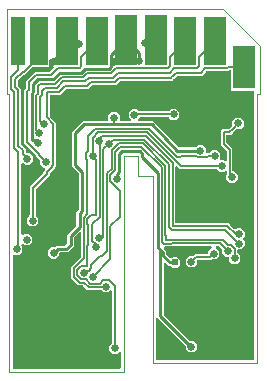
<source format=gbl>
G04 EAGLE Gerber RS-274X export*
G75*
%MOMM*%
%FSLAX34Y34*%
%LPD*%
%AMOC8*
5,1,8,0,0,1.08239X$1,22.5*%
G01*
%ADD10C,0.030000*%
%ADD11R,1.900000X3.650000*%
%ADD12R,1.900000X4.050000*%
%ADD13R,1.900000X4.250000*%
%ADD14R,1.500000X4.050000*%
%ADD15R,1.300000X4.050000*%
%ADD16C,0.609600*%
%ADD17C,0.254000*%
%ADD18C,0.654800*%
%ADD19C,0.406400*%
%ADD20C,0.152400*%
%ADD21C,0.203200*%
%ADD22C,0.152400*%
%ADD23C,0.200000*%

G36*
X93852Y-301D02*
X93852Y-301D01*
X93910Y-303D01*
X93992Y-281D01*
X94076Y-269D01*
X94129Y-246D01*
X94185Y-231D01*
X94258Y-188D01*
X94335Y-153D01*
X94380Y-115D01*
X94430Y-86D01*
X94488Y-24D01*
X94552Y30D01*
X94584Y79D01*
X94624Y122D01*
X94663Y197D01*
X94710Y267D01*
X94725Y315D01*
X94727Y323D01*
X94754Y375D01*
X94765Y443D01*
X94795Y538D01*
X94798Y638D01*
X94809Y706D01*
X94809Y12822D01*
X94805Y12851D01*
X94808Y12880D01*
X94785Y12991D01*
X94769Y13103D01*
X94757Y13130D01*
X94752Y13159D01*
X94699Y13260D01*
X94653Y13363D01*
X94634Y13385D01*
X94621Y13411D01*
X94543Y13493D01*
X94470Y13580D01*
X94445Y13596D01*
X94425Y13617D01*
X94327Y13674D01*
X94233Y13737D01*
X94205Y13746D01*
X94180Y13761D01*
X94070Y13789D01*
X93962Y13823D01*
X93932Y13824D01*
X93904Y13831D01*
X93791Y13827D01*
X93678Y13830D01*
X93649Y13823D01*
X93620Y13822D01*
X93512Y13787D01*
X93403Y13759D01*
X93377Y13744D01*
X93349Y13735D01*
X93285Y13689D01*
X93158Y13613D01*
X93115Y13568D01*
X93076Y13540D01*
X91788Y12251D01*
X87812Y12251D01*
X85001Y15062D01*
X85001Y19038D01*
X86966Y21002D01*
X87018Y21072D01*
X87078Y21136D01*
X87104Y21185D01*
X87137Y21230D01*
X87168Y21311D01*
X87208Y21389D01*
X87216Y21437D01*
X87238Y21495D01*
X87250Y21643D01*
X87263Y21720D01*
X87263Y64928D01*
X87259Y64957D01*
X87262Y64986D01*
X87239Y65097D01*
X87223Y65209D01*
X87211Y65236D01*
X87206Y65265D01*
X87153Y65366D01*
X87107Y65469D01*
X87088Y65491D01*
X87075Y65517D01*
X86997Y65599D01*
X86924Y65686D01*
X86899Y65702D01*
X86879Y65723D01*
X86781Y65780D01*
X86687Y65843D01*
X86659Y65852D01*
X86634Y65867D01*
X86524Y65895D01*
X86416Y65929D01*
X86386Y65930D01*
X86358Y65937D01*
X86245Y65933D01*
X86132Y65936D01*
X86103Y65929D01*
X86074Y65928D01*
X85966Y65893D01*
X85857Y65865D01*
X85831Y65850D01*
X85803Y65841D01*
X85739Y65795D01*
X85612Y65719D01*
X85569Y65674D01*
X85530Y65646D01*
X84236Y64351D01*
X80260Y64351D01*
X78604Y66008D01*
X78534Y66060D01*
X78470Y66120D01*
X78421Y66146D01*
X78377Y66179D01*
X78295Y66210D01*
X78217Y66250D01*
X78169Y66258D01*
X78111Y66280D01*
X77963Y66292D01*
X77886Y66305D01*
X66487Y66305D01*
X64850Y67942D01*
X63027Y69766D01*
X62957Y69818D01*
X62893Y69878D01*
X62844Y69903D01*
X62800Y69937D01*
X62718Y69968D01*
X62640Y70008D01*
X62592Y70015D01*
X62534Y70038D01*
X62386Y70050D01*
X62309Y70063D01*
X58829Y70063D01*
X52447Y76445D01*
X52447Y85471D01*
X60818Y93841D01*
X60870Y93911D01*
X60930Y93975D01*
X60956Y94024D01*
X60989Y94068D01*
X61020Y94150D01*
X61060Y94228D01*
X61068Y94275D01*
X61090Y94334D01*
X61102Y94482D01*
X61115Y94559D01*
X61115Y105899D01*
X61128Y105917D01*
X61188Y105980D01*
X61214Y106030D01*
X61247Y106074D01*
X61278Y106156D01*
X61318Y106234D01*
X61326Y106281D01*
X61348Y106340D01*
X61360Y106487D01*
X61373Y106565D01*
X61373Y114520D01*
X61369Y114549D01*
X61372Y114578D01*
X61349Y114689D01*
X61333Y114801D01*
X61321Y114828D01*
X61316Y114857D01*
X61264Y114957D01*
X61217Y115061D01*
X61198Y115083D01*
X61185Y115109D01*
X61107Y115191D01*
X61034Y115278D01*
X61009Y115294D01*
X60989Y115315D01*
X60891Y115373D01*
X60797Y115435D01*
X60769Y115444D01*
X60744Y115459D01*
X60634Y115487D01*
X60526Y115521D01*
X60496Y115522D01*
X60468Y115529D01*
X60355Y115526D01*
X60242Y115528D01*
X60213Y115521D01*
X60184Y115520D01*
X60076Y115485D01*
X59967Y115457D01*
X59941Y115442D01*
X59913Y115433D01*
X59850Y115387D01*
X59722Y115311D01*
X59679Y115266D01*
X59640Y115238D01*
X55410Y111008D01*
X55358Y110938D01*
X55298Y110874D01*
X55272Y110825D01*
X55239Y110781D01*
X55208Y110699D01*
X55168Y110621D01*
X55160Y110573D01*
X55138Y110515D01*
X55126Y110367D01*
X55113Y110290D01*
X55113Y103429D01*
X49921Y98237D01*
X43764Y98237D01*
X43706Y98229D01*
X43648Y98231D01*
X43566Y98209D01*
X43482Y98197D01*
X43429Y98174D01*
X43373Y98159D01*
X43300Y98116D01*
X43223Y98081D01*
X43178Y98043D01*
X43128Y98014D01*
X43070Y97952D01*
X43006Y97898D01*
X42974Y97849D01*
X42934Y97806D01*
X42895Y97731D01*
X42848Y97661D01*
X42831Y97605D01*
X42804Y97553D01*
X42793Y97485D01*
X42763Y97390D01*
X42760Y97290D01*
X42749Y97222D01*
X42749Y95512D01*
X39938Y92701D01*
X35962Y92701D01*
X33151Y95512D01*
X33151Y99488D01*
X35962Y102299D01*
X38376Y102299D01*
X38462Y102311D01*
X38550Y102314D01*
X38603Y102331D01*
X38657Y102339D01*
X38737Y102374D01*
X38820Y102401D01*
X38860Y102429D01*
X38917Y102455D01*
X39030Y102551D01*
X39094Y102596D01*
X40324Y103827D01*
X47185Y103827D01*
X47272Y103839D01*
X47359Y103842D01*
X47412Y103859D01*
X47467Y103867D01*
X47547Y103902D01*
X47630Y103929D01*
X47669Y103957D01*
X47726Y103983D01*
X47840Y104079D01*
X47903Y104124D01*
X49226Y105447D01*
X49278Y105517D01*
X49338Y105580D01*
X49364Y105630D01*
X49397Y105674D01*
X49428Y105756D01*
X49468Y105834D01*
X49476Y105881D01*
X49498Y105940D01*
X49510Y106087D01*
X49523Y106165D01*
X49523Y113026D01*
X51458Y114960D01*
X56694Y120196D01*
X56746Y120266D01*
X56806Y120330D01*
X56832Y120379D01*
X56865Y120423D01*
X56896Y120505D01*
X56936Y120583D01*
X56944Y120631D01*
X56966Y120689D01*
X56978Y120837D01*
X56991Y120914D01*
X56991Y130216D01*
X57020Y130247D01*
X57046Y130296D01*
X57079Y130340D01*
X57110Y130422D01*
X57150Y130500D01*
X57158Y130547D01*
X57180Y130606D01*
X57192Y130753D01*
X57205Y130831D01*
X57205Y132458D01*
X59108Y134360D01*
X59160Y134430D01*
X59220Y134494D01*
X59246Y134543D01*
X59279Y134587D01*
X59310Y134669D01*
X59350Y134747D01*
X59358Y134795D01*
X59380Y134853D01*
X59392Y135001D01*
X59405Y135078D01*
X59405Y164472D01*
X59393Y164558D01*
X59390Y164646D01*
X59373Y164699D01*
X59365Y164753D01*
X59330Y164833D01*
X59303Y164916D01*
X59275Y164956D01*
X59249Y165013D01*
X59153Y165126D01*
X59108Y165190D01*
X53405Y170892D01*
X53405Y200008D01*
X62542Y209145D01*
X83086Y209145D01*
X83144Y209153D01*
X83202Y209151D01*
X83284Y209173D01*
X83368Y209185D01*
X83421Y209208D01*
X83477Y209223D01*
X83550Y209266D01*
X83627Y209301D01*
X83672Y209339D01*
X83722Y209368D01*
X83780Y209430D01*
X83844Y209484D01*
X83876Y209533D01*
X83916Y209576D01*
X83955Y209651D01*
X84002Y209721D01*
X84019Y209777D01*
X84046Y209829D01*
X84057Y209897D01*
X84087Y209992D01*
X84090Y210092D01*
X84101Y210160D01*
X84101Y213988D01*
X86912Y216799D01*
X90888Y216799D01*
X93699Y213988D01*
X93699Y210160D01*
X93707Y210102D01*
X93705Y210044D01*
X93727Y209962D01*
X93739Y209878D01*
X93762Y209825D01*
X93777Y209769D01*
X93820Y209696D01*
X93855Y209619D01*
X93893Y209574D01*
X93922Y209524D01*
X93984Y209466D01*
X94038Y209402D01*
X94087Y209370D01*
X94130Y209330D01*
X94205Y209291D01*
X94275Y209244D01*
X94331Y209227D01*
X94383Y209200D01*
X94451Y209189D01*
X94546Y209159D01*
X94646Y209156D01*
X94714Y209145D01*
X102468Y209145D01*
X102497Y209149D01*
X102526Y209146D01*
X102637Y209169D01*
X102749Y209185D01*
X102776Y209197D01*
X102805Y209202D01*
X102906Y209255D01*
X103009Y209301D01*
X103031Y209320D01*
X103057Y209333D01*
X103139Y209411D01*
X103226Y209484D01*
X103242Y209509D01*
X103263Y209529D01*
X103320Y209627D01*
X103383Y209721D01*
X103392Y209749D01*
X103407Y209774D01*
X103435Y209884D01*
X103469Y209992D01*
X103470Y210022D01*
X103477Y210050D01*
X103473Y210163D01*
X103476Y210276D01*
X103469Y210305D01*
X103468Y210334D01*
X103433Y210442D01*
X103405Y210551D01*
X103390Y210577D01*
X103381Y210605D01*
X103335Y210668D01*
X103259Y210796D01*
X103214Y210839D01*
X103186Y210878D01*
X101451Y212612D01*
X101451Y216588D01*
X104262Y219399D01*
X108238Y219399D01*
X109900Y217736D01*
X109970Y217684D01*
X110034Y217624D01*
X110083Y217598D01*
X110128Y217565D01*
X110209Y217534D01*
X110287Y217494D01*
X110335Y217486D01*
X110393Y217464D01*
X110541Y217452D01*
X110618Y217439D01*
X134932Y217439D01*
X135018Y217451D01*
X135106Y217454D01*
X135158Y217471D01*
X135213Y217479D01*
X135293Y217514D01*
X135376Y217541D01*
X135416Y217569D01*
X135473Y217595D01*
X135586Y217691D01*
X135650Y217736D01*
X137610Y219697D01*
X141586Y219697D01*
X144397Y216886D01*
X144397Y212910D01*
X141586Y210099D01*
X137610Y210099D01*
X135650Y212060D01*
X135580Y212112D01*
X135516Y212172D01*
X135467Y212198D01*
X135422Y212231D01*
X135341Y212262D01*
X135263Y212302D01*
X135215Y212310D01*
X135157Y212332D01*
X135009Y212344D01*
X134932Y212357D01*
X111214Y212357D01*
X111128Y212345D01*
X111040Y212342D01*
X110988Y212325D01*
X110933Y212317D01*
X110853Y212282D01*
X110770Y212255D01*
X110730Y212227D01*
X110673Y212201D01*
X110560Y212105D01*
X110496Y212060D01*
X109314Y210878D01*
X109297Y210854D01*
X109274Y210835D01*
X109211Y210741D01*
X109143Y210651D01*
X109133Y210623D01*
X109117Y210599D01*
X109082Y210491D01*
X109042Y210385D01*
X109040Y210356D01*
X109031Y210328D01*
X109028Y210214D01*
X109019Y210102D01*
X109024Y210073D01*
X109024Y210044D01*
X109052Y209934D01*
X109074Y209823D01*
X109088Y209797D01*
X109095Y209769D01*
X109153Y209671D01*
X109205Y209571D01*
X109226Y209549D01*
X109241Y209524D01*
X109323Y209447D01*
X109401Y209365D01*
X109427Y209350D01*
X109448Y209330D01*
X109549Y209278D01*
X109647Y209221D01*
X109675Y209214D01*
X109701Y209200D01*
X109778Y209187D01*
X109922Y209151D01*
X109985Y209153D01*
X110032Y209145D01*
X122208Y209145D01*
X135895Y195458D01*
X135895Y195228D01*
X135907Y195142D01*
X135910Y195054D01*
X135927Y195001D01*
X135935Y194947D01*
X135970Y194867D01*
X135997Y194784D01*
X136025Y194744D01*
X136051Y194687D01*
X136147Y194574D01*
X136192Y194510D01*
X143360Y187342D01*
X143430Y187290D01*
X143494Y187230D01*
X143543Y187204D01*
X143587Y187171D01*
X143669Y187140D01*
X143747Y187100D01*
X143795Y187092D01*
X143853Y187070D01*
X144001Y187058D01*
X144078Y187045D01*
X157738Y187045D01*
X157824Y187057D01*
X157912Y187060D01*
X157964Y187077D01*
X158019Y187085D01*
X158099Y187120D01*
X158182Y187147D01*
X158222Y187175D01*
X158279Y187201D01*
X158392Y187297D01*
X158456Y187342D01*
X160162Y189049D01*
X164138Y189049D01*
X166949Y186238D01*
X166949Y183105D01*
X166957Y183047D01*
X166955Y182989D01*
X166977Y182907D01*
X166989Y182824D01*
X167012Y182770D01*
X167027Y182714D01*
X167070Y182641D01*
X167105Y182564D01*
X167143Y182520D01*
X167172Y182469D01*
X167234Y182412D01*
X167288Y182347D01*
X167337Y182315D01*
X167380Y182275D01*
X167455Y182236D01*
X167525Y182190D01*
X167581Y182172D01*
X167633Y182145D01*
X167701Y182134D01*
X167796Y182104D01*
X167896Y182101D01*
X167964Y182090D01*
X169230Y182090D01*
X169316Y182102D01*
X169404Y182105D01*
X169457Y182122D01*
X169511Y182130D01*
X169591Y182166D01*
X169674Y182192D01*
X169714Y182220D01*
X169771Y182246D01*
X169884Y182342D01*
X169948Y182387D01*
X172162Y184602D01*
X176138Y184602D01*
X178949Y181791D01*
X178949Y177816D01*
X178815Y177682D01*
X178797Y177658D01*
X178775Y177639D01*
X178712Y177545D01*
X178644Y177455D01*
X178634Y177427D01*
X178617Y177403D01*
X178583Y177295D01*
X178543Y177189D01*
X178541Y177160D01*
X178532Y177132D01*
X178529Y177019D01*
X178519Y176906D01*
X178525Y176877D01*
X178524Y176848D01*
X178553Y176738D01*
X178575Y176627D01*
X178589Y176601D01*
X178596Y176573D01*
X178654Y176475D01*
X178706Y176375D01*
X178726Y176353D01*
X178741Y176328D01*
X178824Y176251D01*
X178902Y176169D01*
X178927Y176154D01*
X178949Y176134D01*
X179050Y176082D01*
X179147Y176025D01*
X179176Y176018D01*
X179202Y176004D01*
X179279Y175991D01*
X179423Y175955D01*
X179485Y175957D01*
X179533Y175949D01*
X182186Y175949D01*
X182770Y175364D01*
X182794Y175347D01*
X182813Y175324D01*
X182907Y175261D01*
X182997Y175193D01*
X183025Y175183D01*
X183049Y175167D01*
X183157Y175132D01*
X183263Y175092D01*
X183292Y175090D01*
X183320Y175081D01*
X183434Y175078D01*
X183546Y175069D01*
X183575Y175074D01*
X183604Y175074D01*
X183714Y175102D01*
X183825Y175124D01*
X183851Y175138D01*
X183879Y175145D01*
X183977Y175203D01*
X184077Y175255D01*
X184099Y175276D01*
X184124Y175291D01*
X184201Y175373D01*
X184283Y175451D01*
X184298Y175477D01*
X184318Y175498D01*
X184370Y175599D01*
X184427Y175697D01*
X184434Y175725D01*
X184448Y175751D01*
X184461Y175828D01*
X184497Y175972D01*
X184495Y176035D01*
X184503Y176082D01*
X184503Y183632D01*
X184491Y183719D01*
X184488Y183806D01*
X184471Y183859D01*
X184463Y183914D01*
X184428Y183994D01*
X184401Y184077D01*
X184373Y184116D01*
X184347Y184173D01*
X184251Y184286D01*
X184206Y184350D01*
X179413Y189143D01*
X179413Y196272D01*
X179448Y196340D01*
X179456Y196387D01*
X179478Y196446D01*
X179490Y196593D01*
X179503Y196671D01*
X179503Y200878D01*
X180843Y202218D01*
X185400Y202218D01*
X185487Y202230D01*
X185574Y202233D01*
X185627Y202250D01*
X185682Y202258D01*
X185762Y202293D01*
X185845Y202320D01*
X185884Y202348D01*
X185941Y202374D01*
X186054Y202470D01*
X186118Y202515D01*
X188910Y205307D01*
X188922Y205314D01*
X188929Y205322D01*
X188960Y205344D01*
X189004Y205388D01*
X189056Y205458D01*
X189116Y205522D01*
X189142Y205571D01*
X189175Y205615D01*
X189206Y205697D01*
X189246Y205775D01*
X189254Y205822D01*
X189276Y205881D01*
X189288Y206028D01*
X189301Y206106D01*
X189301Y209238D01*
X192112Y212049D01*
X196088Y212049D01*
X198899Y209238D01*
X198899Y205262D01*
X196088Y202451D01*
X192956Y202451D01*
X192869Y202439D01*
X192782Y202436D01*
X192729Y202419D01*
X192674Y202411D01*
X192594Y202376D01*
X192511Y202349D01*
X192472Y202321D01*
X192415Y202295D01*
X192302Y202199D01*
X192298Y202197D01*
X192276Y202184D01*
X192269Y202176D01*
X192238Y202154D01*
X192194Y202110D01*
X190292Y200208D01*
X190247Y200176D01*
X187715Y197644D01*
X185092Y197644D01*
X185034Y197636D01*
X184976Y197638D01*
X184894Y197616D01*
X184810Y197605D01*
X184757Y197581D01*
X184701Y197566D01*
X184628Y197523D01*
X184551Y197488D01*
X184506Y197450D01*
X184456Y197421D01*
X184398Y197359D01*
X184334Y197305D01*
X184302Y197256D01*
X184262Y197213D01*
X184223Y197138D01*
X184176Y197068D01*
X184159Y197012D01*
X184132Y196960D01*
X184121Y196892D01*
X184091Y196797D01*
X184088Y196697D01*
X184077Y196629D01*
X184077Y194244D01*
X184042Y194176D01*
X184034Y194129D01*
X184012Y194070D01*
X184000Y193923D01*
X183987Y193845D01*
X183987Y191458D01*
X183999Y191371D01*
X184002Y191284D01*
X184019Y191231D01*
X184027Y191176D01*
X184062Y191096D01*
X184089Y191013D01*
X184117Y190974D01*
X184143Y190917D01*
X184239Y190804D01*
X184284Y190740D01*
X189077Y185947D01*
X189077Y167612D01*
X189085Y167554D01*
X189083Y167496D01*
X189105Y167414D01*
X189117Y167330D01*
X189140Y167277D01*
X189155Y167221D01*
X189198Y167148D01*
X189233Y167071D01*
X189271Y167026D01*
X189300Y166976D01*
X189362Y166918D01*
X189416Y166854D01*
X189465Y166822D01*
X189508Y166782D01*
X189583Y166743D01*
X189653Y166696D01*
X189709Y166679D01*
X189761Y166652D01*
X189829Y166641D01*
X189924Y166611D01*
X190024Y166608D01*
X190092Y166597D01*
X190888Y166597D01*
X193699Y163786D01*
X193699Y159810D01*
X190888Y156999D01*
X186912Y156999D01*
X184101Y159810D01*
X184101Y163786D01*
X184206Y163890D01*
X184258Y163960D01*
X184318Y164024D01*
X184344Y164073D01*
X184377Y164118D01*
X184408Y164199D01*
X184448Y164277D01*
X184456Y164325D01*
X184478Y164383D01*
X184490Y164531D01*
X184503Y164608D01*
X184503Y166218D01*
X184499Y166247D01*
X184502Y166276D01*
X184496Y166302D01*
X184497Y166308D01*
X184490Y166331D01*
X184479Y166387D01*
X184463Y166499D01*
X184451Y166526D01*
X184446Y166555D01*
X184393Y166656D01*
X184347Y166759D01*
X184328Y166781D01*
X184315Y166807D01*
X184237Y166889D01*
X184164Y166976D01*
X184139Y166992D01*
X184119Y167013D01*
X184021Y167071D01*
X183927Y167133D01*
X183899Y167142D01*
X183874Y167157D01*
X183764Y167185D01*
X183656Y167219D01*
X183626Y167220D01*
X183598Y167227D01*
X183485Y167223D01*
X183372Y167226D01*
X183343Y167219D01*
X183314Y167218D01*
X183206Y167183D01*
X183097Y167155D01*
X183071Y167140D01*
X183043Y167131D01*
X182979Y167085D01*
X182926Y167053D01*
X182921Y167051D01*
X182918Y167049D01*
X182852Y167009D01*
X182809Y166964D01*
X182770Y166936D01*
X182186Y166351D01*
X178210Y166351D01*
X175996Y168566D01*
X175926Y168618D01*
X175862Y168678D01*
X175813Y168704D01*
X175768Y168737D01*
X175687Y168768D01*
X175609Y168808D01*
X175561Y168816D01*
X175503Y168838D01*
X175355Y168850D01*
X175278Y168863D01*
X144774Y168863D01*
X142718Y170920D01*
X142694Y170937D01*
X142675Y170960D01*
X142581Y171023D01*
X142491Y171091D01*
X142463Y171101D01*
X142439Y171117D01*
X142331Y171152D01*
X142225Y171192D01*
X142196Y171194D01*
X142168Y171203D01*
X142054Y171206D01*
X141942Y171215D01*
X141913Y171210D01*
X141884Y171210D01*
X141774Y171182D01*
X141663Y171160D01*
X141637Y171146D01*
X141609Y171139D01*
X141511Y171081D01*
X141411Y171029D01*
X141389Y171008D01*
X141364Y170993D01*
X141287Y170911D01*
X141205Y170833D01*
X141190Y170807D01*
X141170Y170786D01*
X141118Y170685D01*
X141061Y170588D01*
X141054Y170559D01*
X141040Y170533D01*
X141027Y170456D01*
X140991Y170312D01*
X140993Y170250D01*
X140985Y170202D01*
X140985Y123700D01*
X140993Y123642D01*
X140991Y123584D01*
X141013Y123502D01*
X141025Y123418D01*
X141048Y123365D01*
X141063Y123309D01*
X141106Y123236D01*
X141141Y123159D01*
X141179Y123114D01*
X141208Y123064D01*
X141270Y123006D01*
X141324Y122942D01*
X141373Y122910D01*
X141416Y122870D01*
X141491Y122831D01*
X141561Y122784D01*
X141617Y122767D01*
X141669Y122740D01*
X141737Y122729D01*
X141832Y122699D01*
X141932Y122696D01*
X142000Y122685D01*
X185947Y122685D01*
X187584Y121048D01*
X190794Y117838D01*
X190841Y117803D01*
X190881Y117761D01*
X190954Y117718D01*
X191021Y117667D01*
X191076Y117646D01*
X191126Y117617D01*
X191208Y117596D01*
X191287Y117566D01*
X191345Y117561D01*
X191402Y117547D01*
X191486Y117549D01*
X191570Y117542D01*
X191627Y117554D01*
X191686Y117556D01*
X191766Y117582D01*
X191849Y117598D01*
X191901Y117625D01*
X191956Y117643D01*
X192012Y117683D01*
X192101Y117729D01*
X192173Y117798D01*
X192230Y117838D01*
X192712Y118321D01*
X196688Y118321D01*
X199499Y115510D01*
X199499Y111534D01*
X198168Y110204D01*
X198133Y110157D01*
X198091Y110117D01*
X198048Y110044D01*
X197997Y109977D01*
X197977Y109922D01*
X197947Y109872D01*
X197926Y109790D01*
X197896Y109711D01*
X197891Y109653D01*
X197877Y109596D01*
X197880Y109512D01*
X197873Y109428D01*
X197884Y109370D01*
X197886Y109312D01*
X197912Y109232D01*
X197929Y109149D01*
X197955Y109097D01*
X197973Y109041D01*
X198014Y108985D01*
X198060Y108897D01*
X198128Y108824D01*
X198168Y108768D01*
X199499Y107438D01*
X199499Y103462D01*
X196688Y100651D01*
X194312Y100651D01*
X194254Y100643D01*
X194196Y100645D01*
X194114Y100623D01*
X194030Y100611D01*
X193977Y100588D01*
X193921Y100573D01*
X193848Y100530D01*
X193771Y100495D01*
X193726Y100457D01*
X193676Y100428D01*
X193618Y100366D01*
X193554Y100312D01*
X193522Y100263D01*
X193482Y100220D01*
X193443Y100145D01*
X193396Y100075D01*
X193379Y100019D01*
X193352Y99967D01*
X193341Y99899D01*
X193311Y99804D01*
X193308Y99704D01*
X193297Y99636D01*
X193297Y98060D01*
X193309Y97974D01*
X193312Y97886D01*
X193329Y97834D01*
X193337Y97779D01*
X193372Y97699D01*
X193399Y97616D01*
X193427Y97576D01*
X193453Y97519D01*
X193549Y97406D01*
X193594Y97342D01*
X195882Y95055D01*
X195882Y91079D01*
X193071Y88268D01*
X189095Y88268D01*
X186284Y91079D01*
X186284Y93036D01*
X186276Y93094D01*
X186277Y93152D01*
X186256Y93234D01*
X186244Y93318D01*
X186220Y93371D01*
X186206Y93427D01*
X186162Y93500D01*
X186128Y93577D01*
X186090Y93622D01*
X186060Y93672D01*
X185999Y93730D01*
X185944Y93794D01*
X185896Y93826D01*
X185853Y93866D01*
X185778Y93905D01*
X185708Y93952D01*
X185652Y93969D01*
X185600Y93996D01*
X185532Y94007D01*
X185437Y94037D01*
X185337Y94040D01*
X185269Y94051D01*
X183462Y94051D01*
X180651Y96862D01*
X180651Y99994D01*
X180639Y100081D01*
X180636Y100168D01*
X180619Y100221D01*
X180611Y100276D01*
X180576Y100356D01*
X180549Y100439D01*
X180521Y100478D01*
X180495Y100535D01*
X180399Y100648D01*
X180354Y100712D01*
X177990Y103076D01*
X177920Y103128D01*
X177856Y103188D01*
X177807Y103214D01*
X177763Y103247D01*
X177681Y103278D01*
X177603Y103318D01*
X177556Y103326D01*
X177497Y103348D01*
X177350Y103360D01*
X177272Y103373D01*
X176114Y103373D01*
X176085Y103369D01*
X176056Y103372D01*
X175945Y103349D01*
X175833Y103333D01*
X175806Y103321D01*
X175777Y103316D01*
X175677Y103263D01*
X175573Y103217D01*
X175551Y103198D01*
X175525Y103185D01*
X175443Y103107D01*
X175356Y103034D01*
X175340Y103009D01*
X175319Y102989D01*
X175262Y102891D01*
X175199Y102797D01*
X175190Y102769D01*
X175175Y102744D01*
X175147Y102634D01*
X175113Y102526D01*
X175112Y102496D01*
X175105Y102468D01*
X175109Y102355D01*
X175106Y102242D01*
X175113Y102213D01*
X175114Y102184D01*
X175149Y102076D01*
X175177Y101967D01*
X175192Y101941D01*
X175201Y101913D01*
X175247Y101850D01*
X175323Y101722D01*
X175368Y101679D01*
X175396Y101640D01*
X178149Y98888D01*
X178149Y94912D01*
X175338Y92101D01*
X172206Y92101D01*
X172119Y92089D01*
X172032Y92086D01*
X171979Y92069D01*
X171924Y92061D01*
X171844Y92026D01*
X171761Y91999D01*
X171722Y91971D01*
X171665Y91945D01*
X171552Y91849D01*
X171488Y91804D01*
X171447Y91763D01*
X160254Y91763D01*
X160196Y91755D01*
X160137Y91757D01*
X160056Y91735D01*
X159972Y91723D01*
X159919Y91700D01*
X159862Y91685D01*
X159790Y91642D01*
X159713Y91607D01*
X159668Y91569D01*
X159618Y91540D01*
X159560Y91478D01*
X159496Y91424D01*
X159463Y91375D01*
X159423Y91332D01*
X159385Y91257D01*
X159338Y91187D01*
X159320Y91131D01*
X159294Y91079D01*
X159282Y91011D01*
X159252Y90916D01*
X159250Y90816D01*
X159238Y90748D01*
X159238Y88273D01*
X156427Y85462D01*
X152452Y85462D01*
X149641Y88273D01*
X149641Y92248D01*
X152452Y95059D01*
X155584Y95059D01*
X155670Y95071D01*
X155758Y95074D01*
X155810Y95091D01*
X155865Y95099D01*
X155945Y95135D01*
X156028Y95162D01*
X156068Y95190D01*
X156125Y95215D01*
X156238Y95311D01*
X156302Y95357D01*
X157282Y96337D01*
X167536Y96337D01*
X167594Y96345D01*
X167652Y96343D01*
X167734Y96365D01*
X167818Y96377D01*
X167871Y96400D01*
X167927Y96415D01*
X168000Y96458D01*
X168077Y96493D01*
X168122Y96531D01*
X168172Y96560D01*
X168230Y96622D01*
X168294Y96676D01*
X168326Y96725D01*
X168366Y96768D01*
X168405Y96843D01*
X168452Y96913D01*
X168469Y96969D01*
X168496Y97021D01*
X168507Y97089D01*
X168537Y97184D01*
X168540Y97284D01*
X168551Y97352D01*
X168551Y98888D01*
X171304Y101640D01*
X171321Y101664D01*
X171344Y101683D01*
X171407Y101777D01*
X171475Y101867D01*
X171485Y101895D01*
X171501Y101919D01*
X171536Y102027D01*
X171576Y102133D01*
X171578Y102162D01*
X171587Y102190D01*
X171590Y102304D01*
X171599Y102416D01*
X171594Y102445D01*
X171594Y102474D01*
X171566Y102584D01*
X171544Y102695D01*
X171530Y102721D01*
X171523Y102749D01*
X171465Y102847D01*
X171413Y102947D01*
X171392Y102969D01*
X171377Y102994D01*
X171295Y103071D01*
X171217Y103153D01*
X171191Y103168D01*
X171170Y103188D01*
X171069Y103240D01*
X170971Y103297D01*
X170943Y103304D01*
X170917Y103318D01*
X170840Y103331D01*
X170696Y103367D01*
X170633Y103365D01*
X170586Y103373D01*
X139117Y103373D01*
X139030Y103361D01*
X138943Y103358D01*
X138890Y103341D01*
X138835Y103333D01*
X138755Y103298D01*
X138672Y103271D01*
X138633Y103243D01*
X138576Y103217D01*
X138462Y103121D01*
X138399Y103076D01*
X138388Y103065D01*
X131976Y103065D01*
X131947Y103061D01*
X131918Y103064D01*
X131807Y103041D01*
X131695Y103025D01*
X131668Y103013D01*
X131639Y103008D01*
X131539Y102955D01*
X131435Y102909D01*
X131413Y102890D01*
X131387Y102877D01*
X131305Y102799D01*
X131218Y102726D01*
X131202Y102701D01*
X131181Y102681D01*
X131124Y102583D01*
X131061Y102489D01*
X131052Y102461D01*
X131037Y102436D01*
X131009Y102326D01*
X130975Y102218D01*
X130974Y102188D01*
X130967Y102160D01*
X130971Y102047D01*
X130968Y101934D01*
X130975Y101905D01*
X130976Y101876D01*
X131011Y101768D01*
X131040Y101659D01*
X131055Y101633D01*
X131064Y101605D01*
X131109Y101542D01*
X131185Y101414D01*
X131230Y101371D01*
X131258Y101332D01*
X133205Y99386D01*
X133205Y96868D01*
X133217Y96782D01*
X133220Y96694D01*
X133237Y96641D01*
X133245Y96587D01*
X133280Y96507D01*
X133307Y96424D01*
X133335Y96384D01*
X133361Y96327D01*
X133457Y96214D01*
X133502Y96150D01*
X136400Y93252D01*
X136447Y93217D01*
X136487Y93175D01*
X136560Y93132D01*
X136627Y93082D01*
X136682Y93061D01*
X136732Y93031D01*
X136814Y93010D01*
X136893Y92980D01*
X136951Y92976D01*
X137008Y92961D01*
X137092Y92964D01*
X137176Y92957D01*
X137233Y92968D01*
X137292Y92970D01*
X137372Y92996D01*
X137455Y93013D01*
X137507Y93040D01*
X137562Y93058D01*
X137619Y93098D01*
X137707Y93144D01*
X137779Y93212D01*
X137836Y93252D01*
X138806Y94223D01*
X142594Y94223D01*
X145273Y91544D01*
X145273Y87756D01*
X142594Y85077D01*
X138806Y85077D01*
X137325Y86558D01*
X137255Y86610D01*
X137192Y86670D01*
X137142Y86696D01*
X137098Y86729D01*
X137016Y86760D01*
X136938Y86800D01*
X136891Y86808D01*
X136832Y86830D01*
X136685Y86842D01*
X136607Y86855D01*
X134892Y86855D01*
X132706Y89042D01*
X132683Y89059D01*
X132664Y89082D01*
X132569Y89144D01*
X132479Y89212D01*
X132451Y89223D01*
X132427Y89239D01*
X132319Y89273D01*
X132213Y89314D01*
X132184Y89316D01*
X132156Y89325D01*
X132043Y89328D01*
X131930Y89337D01*
X131901Y89332D01*
X131872Y89332D01*
X131762Y89304D01*
X131651Y89281D01*
X131625Y89268D01*
X131597Y89260D01*
X131499Y89203D01*
X131399Y89150D01*
X131378Y89130D01*
X131352Y89115D01*
X131275Y89033D01*
X131193Y88955D01*
X131178Y88929D01*
X131158Y88908D01*
X131106Y88807D01*
X131049Y88709D01*
X131042Y88681D01*
X131028Y88655D01*
X131015Y88577D01*
X130979Y88434D01*
X130981Y88371D01*
X130973Y88324D01*
X130973Y46000D01*
X130985Y45913D01*
X130988Y45826D01*
X131005Y45773D01*
X131013Y45718D01*
X131049Y45639D01*
X131075Y45555D01*
X131103Y45516D01*
X131129Y45459D01*
X131225Y45346D01*
X131270Y45282D01*
X153306Y23246D01*
X153376Y23194D01*
X153440Y23134D01*
X153489Y23108D01*
X153533Y23075D01*
X153615Y23044D01*
X153693Y23004D01*
X153741Y22996D01*
X153799Y22974D01*
X153947Y22962D01*
X154024Y22949D01*
X156438Y22949D01*
X159249Y20138D01*
X159249Y16162D01*
X156438Y13351D01*
X152462Y13351D01*
X149651Y16162D01*
X149651Y18576D01*
X149639Y18662D01*
X149636Y18750D01*
X149619Y18803D01*
X149611Y18857D01*
X149576Y18937D01*
X149549Y19020D01*
X149521Y19060D01*
X149495Y19117D01*
X149399Y19230D01*
X149354Y19294D01*
X127318Y41330D01*
X126424Y42224D01*
X126400Y42241D01*
X126381Y42264D01*
X126287Y42327D01*
X126197Y42395D01*
X126169Y42405D01*
X126145Y42421D01*
X126037Y42456D01*
X125931Y42496D01*
X125902Y42498D01*
X125874Y42507D01*
X125760Y42510D01*
X125648Y42519D01*
X125619Y42514D01*
X125590Y42514D01*
X125480Y42486D01*
X125369Y42464D01*
X125343Y42450D01*
X125315Y42443D01*
X125217Y42385D01*
X125117Y42333D01*
X125095Y42312D01*
X125070Y42297D01*
X124993Y42215D01*
X124911Y42137D01*
X124896Y42112D01*
X124876Y42090D01*
X124824Y41989D01*
X124767Y41892D01*
X124760Y41863D01*
X124746Y41837D01*
X124733Y41760D01*
X124697Y41616D01*
X124699Y41554D01*
X124691Y41506D01*
X124691Y7706D01*
X124699Y7648D01*
X124697Y7590D01*
X124719Y7508D01*
X124731Y7424D01*
X124754Y7371D01*
X124769Y7315D01*
X124812Y7242D01*
X124847Y7165D01*
X124885Y7120D01*
X124914Y7070D01*
X124976Y7012D01*
X125030Y6948D01*
X125079Y6916D01*
X125122Y6876D01*
X125197Y6837D01*
X125267Y6790D01*
X125323Y6773D01*
X125375Y6746D01*
X125443Y6735D01*
X125538Y6705D01*
X125638Y6702D01*
X125706Y6691D01*
X206294Y6691D01*
X206352Y6699D01*
X206410Y6697D01*
X206492Y6719D01*
X206576Y6731D01*
X206629Y6754D01*
X206685Y6769D01*
X206758Y6812D01*
X206835Y6847D01*
X206880Y6885D01*
X206930Y6914D01*
X206988Y6976D01*
X207052Y7030D01*
X207084Y7079D01*
X207124Y7122D01*
X207163Y7197D01*
X207210Y7267D01*
X207227Y7323D01*
X207254Y7375D01*
X207265Y7443D01*
X207295Y7538D01*
X207298Y7638D01*
X207309Y7706D01*
X207309Y234010D01*
X207301Y234068D01*
X207303Y234126D01*
X207281Y234208D01*
X207269Y234292D01*
X207246Y234345D01*
X207231Y234401D01*
X207188Y234474D01*
X207153Y234551D01*
X207115Y234596D01*
X207086Y234646D01*
X207024Y234704D01*
X206970Y234768D01*
X206921Y234800D01*
X206878Y234840D01*
X206803Y234879D01*
X206733Y234926D01*
X206677Y234943D01*
X206625Y234970D01*
X206557Y234981D01*
X206462Y235011D01*
X206362Y235014D01*
X206294Y235025D01*
X189168Y235025D01*
X188275Y235918D01*
X188275Y251244D01*
X188267Y251302D01*
X188269Y251360D01*
X188247Y251442D01*
X188235Y251526D01*
X188212Y251579D01*
X188197Y251635D01*
X188154Y251708D01*
X188119Y251785D01*
X188081Y251830D01*
X188052Y251880D01*
X187990Y251938D01*
X187936Y252002D01*
X187887Y252034D01*
X187844Y252074D01*
X187769Y252113D01*
X187699Y252160D01*
X187643Y252177D01*
X187591Y252204D01*
X187523Y252215D01*
X187428Y252245D01*
X187328Y252248D01*
X187260Y252259D01*
X187115Y252259D01*
X187028Y252247D01*
X186941Y252244D01*
X186888Y252227D01*
X186834Y252219D01*
X186754Y252184D01*
X186671Y252157D01*
X186631Y252129D01*
X186574Y252103D01*
X186461Y252007D01*
X186397Y251962D01*
X185905Y251469D01*
X167523Y251469D01*
X167436Y251457D01*
X167349Y251454D01*
X167296Y251437D01*
X167241Y251429D01*
X167162Y251394D01*
X167078Y251367D01*
X167039Y251339D01*
X166982Y251313D01*
X166869Y251217D01*
X166805Y251172D01*
X163292Y247659D01*
X143323Y247659D01*
X143236Y247647D01*
X143149Y247644D01*
X143096Y247627D01*
X143041Y247619D01*
X142962Y247584D01*
X142878Y247557D01*
X142839Y247529D01*
X142782Y247503D01*
X142669Y247407D01*
X142605Y247362D01*
X139802Y244559D01*
X139623Y244559D01*
X139536Y244547D01*
X139449Y244544D01*
X139396Y244527D01*
X139341Y244519D01*
X139262Y244484D01*
X139178Y244457D01*
X139139Y244429D01*
X139082Y244403D01*
X138969Y244307D01*
X138905Y244262D01*
X138052Y243409D01*
X94423Y243409D01*
X94336Y243397D01*
X94249Y243394D01*
X94196Y243377D01*
X94141Y243369D01*
X94062Y243334D01*
X93978Y243307D01*
X93939Y243279D01*
X93882Y243253D01*
X93769Y243157D01*
X93705Y243112D01*
X90602Y240009D01*
X70699Y240009D01*
X70613Y239997D01*
X70525Y239994D01*
X70473Y239977D01*
X70418Y239969D01*
X70338Y239934D01*
X70255Y239907D01*
X70216Y239879D01*
X70159Y239853D01*
X70045Y239757D01*
X69982Y239712D01*
X67007Y236737D01*
X49130Y236737D01*
X49043Y236725D01*
X48956Y236722D01*
X48903Y236705D01*
X48849Y236697D01*
X48769Y236662D01*
X48686Y236635D01*
X48646Y236607D01*
X48589Y236581D01*
X48476Y236485D01*
X48412Y236440D01*
X43122Y231149D01*
X35472Y231149D01*
X35414Y231141D01*
X35356Y231143D01*
X35274Y231121D01*
X35191Y231109D01*
X35137Y231086D01*
X35081Y231071D01*
X35008Y231028D01*
X34931Y230993D01*
X34886Y230955D01*
X34836Y230926D01*
X34778Y230864D01*
X34714Y230810D01*
X34682Y230761D01*
X34642Y230718D01*
X34603Y230643D01*
X34557Y230573D01*
X34539Y230517D01*
X34512Y230465D01*
X34501Y230397D01*
X34471Y230302D01*
X34468Y230202D01*
X34457Y230134D01*
X34457Y213795D01*
X34469Y213708D01*
X34472Y213621D01*
X34489Y213568D01*
X34497Y213513D01*
X34532Y213434D01*
X34559Y213350D01*
X34587Y213311D01*
X34613Y213254D01*
X34709Y213141D01*
X34754Y213077D01*
X39839Y207992D01*
X39839Y205542D01*
X39836Y205506D01*
X39823Y205428D01*
X39823Y171053D01*
X38922Y170152D01*
X38870Y170082D01*
X38810Y170018D01*
X38784Y169969D01*
X38751Y169925D01*
X38720Y169843D01*
X38680Y169765D01*
X38672Y169718D01*
X38650Y169659D01*
X38638Y169511D01*
X38625Y169434D01*
X38625Y169004D01*
X34724Y165104D01*
X34672Y165034D01*
X34612Y164970D01*
X34587Y164921D01*
X34554Y164877D01*
X34522Y164795D01*
X34483Y164717D01*
X34475Y164670D01*
X34452Y164611D01*
X34440Y164463D01*
X34427Y164386D01*
X34427Y163612D01*
X22838Y152023D01*
X22786Y151953D01*
X22726Y151889D01*
X22700Y151839D01*
X22667Y151795D01*
X22636Y151714D01*
X22596Y151636D01*
X22588Y151588D01*
X22566Y151530D01*
X22554Y151382D01*
X22541Y151305D01*
X22541Y129666D01*
X22553Y129580D01*
X22556Y129492D01*
X22573Y129440D01*
X22581Y129385D01*
X22616Y129305D01*
X22643Y129222D01*
X22671Y129182D01*
X22697Y129125D01*
X22767Y129043D01*
X22788Y129007D01*
X22813Y128983D01*
X22838Y128948D01*
X24799Y126988D01*
X24799Y123012D01*
X21988Y120201D01*
X18012Y120201D01*
X15201Y123012D01*
X15201Y126988D01*
X17162Y128948D01*
X17172Y128962D01*
X17178Y128967D01*
X17197Y128994D01*
X17214Y129018D01*
X17274Y129082D01*
X17300Y129131D01*
X17333Y129176D01*
X17364Y129257D01*
X17404Y129335D01*
X17412Y129383D01*
X17434Y129441D01*
X17446Y129589D01*
X17459Y129666D01*
X17459Y153830D01*
X29064Y165435D01*
X29117Y165505D01*
X29177Y165569D01*
X29202Y165618D01*
X29235Y165662D01*
X29266Y165744D01*
X29306Y165822D01*
X29314Y165869D01*
X29336Y165928D01*
X29343Y166010D01*
X29348Y166024D01*
X29349Y166078D01*
X29362Y166153D01*
X29362Y166882D01*
X30448Y167968D01*
X30465Y167992D01*
X30488Y168011D01*
X30550Y168105D01*
X30619Y168195D01*
X30629Y168223D01*
X30645Y168247D01*
X30679Y168355D01*
X30720Y168461D01*
X30722Y168490D01*
X30731Y168518D01*
X30734Y168632D01*
X30743Y168744D01*
X30738Y168773D01*
X30738Y168802D01*
X30710Y168912D01*
X30687Y169023D01*
X30674Y169049D01*
X30666Y169077D01*
X30609Y169175D01*
X30556Y169275D01*
X30536Y169297D01*
X30521Y169322D01*
X30439Y169399D01*
X30361Y169481D01*
X30335Y169496D01*
X30314Y169516D01*
X30213Y169568D01*
X30115Y169625D01*
X30087Y169632D01*
X30061Y169646D01*
X29983Y169659D01*
X29840Y169695D01*
X29777Y169693D01*
X29730Y169701D01*
X29512Y169701D01*
X26701Y172512D01*
X26701Y175285D01*
X26689Y175372D01*
X26686Y175459D01*
X26669Y175512D01*
X26661Y175567D01*
X26626Y175646D01*
X26599Y175730D01*
X26571Y175769D01*
X26545Y175826D01*
X26449Y175939D01*
X26446Y175944D01*
X26434Y175965D01*
X26426Y175972D01*
X26404Y176003D01*
X22987Y179420D01*
X22987Y179818D01*
X22975Y179905D01*
X22972Y179992D01*
X22955Y180045D01*
X22947Y180099D01*
X22912Y180179D01*
X22885Y180262D01*
X22857Y180302D01*
X22831Y180359D01*
X22735Y180472D01*
X22690Y180536D01*
X12841Y190384D01*
X12841Y235483D01*
X13845Y236486D01*
X13897Y236556D01*
X13957Y236620D01*
X13982Y236669D01*
X14016Y236714D01*
X14047Y236795D01*
X14087Y236873D01*
X14095Y236921D01*
X14117Y236979D01*
X14125Y237083D01*
X14128Y237091D01*
X14129Y237125D01*
X14129Y237127D01*
X14142Y237204D01*
X14142Y243161D01*
X21943Y250963D01*
X34494Y250963D01*
X34580Y250975D01*
X34668Y250978D01*
X34721Y250995D01*
X34775Y251003D01*
X34855Y251038D01*
X34938Y251065D01*
X34978Y251093D01*
X35035Y251119D01*
X35148Y251215D01*
X35212Y251260D01*
X37646Y253694D01*
X37687Y253749D01*
X37736Y253797D01*
X37772Y253862D01*
X37817Y253922D01*
X37841Y253985D01*
X37875Y254045D01*
X37892Y254117D01*
X37918Y254187D01*
X37924Y254255D01*
X37939Y254322D01*
X37936Y254396D01*
X37942Y254471D01*
X37928Y254537D01*
X37925Y254605D01*
X37903Y254664D01*
X37886Y254749D01*
X37833Y254850D01*
X37807Y254920D01*
X37432Y255569D01*
X37259Y256216D01*
X37259Y260000D01*
X37251Y260058D01*
X37253Y260116D01*
X37231Y260198D01*
X37219Y260282D01*
X37196Y260335D01*
X37181Y260391D01*
X37138Y260464D01*
X37103Y260541D01*
X37065Y260586D01*
X37036Y260636D01*
X36974Y260694D01*
X36920Y260758D01*
X36871Y260790D01*
X36828Y260830D01*
X36753Y260869D01*
X36683Y260916D01*
X36627Y260933D01*
X36575Y260960D01*
X36507Y260971D01*
X36412Y261001D01*
X36312Y261004D01*
X36244Y261015D01*
X35140Y261015D01*
X35082Y261007D01*
X35024Y261009D01*
X34942Y260987D01*
X34858Y260975D01*
X34805Y260952D01*
X34749Y260937D01*
X34676Y260894D01*
X34599Y260859D01*
X34554Y260821D01*
X34504Y260792D01*
X34446Y260730D01*
X34382Y260676D01*
X34350Y260627D01*
X34310Y260584D01*
X34271Y260509D01*
X34224Y260439D01*
X34207Y260383D01*
X34180Y260331D01*
X34169Y260263D01*
X34139Y260168D01*
X34136Y260068D01*
X34125Y260000D01*
X34125Y255918D01*
X33232Y255025D01*
X20681Y255025D01*
X20594Y255013D01*
X20507Y255010D01*
X20454Y254993D01*
X20400Y254985D01*
X20320Y254950D01*
X20236Y254923D01*
X20197Y254895D01*
X20140Y254869D01*
X20027Y254773D01*
X19963Y254728D01*
X13730Y248495D01*
X13116Y248495D01*
X13029Y248483D01*
X12941Y248480D01*
X12889Y248463D01*
X12834Y248455D01*
X12754Y248419D01*
X12671Y248393D01*
X12632Y248365D01*
X12575Y248339D01*
X12461Y248243D01*
X12398Y248198D01*
X8100Y243900D01*
X8048Y243830D01*
X7988Y243766D01*
X7962Y243717D01*
X7929Y243673D01*
X7898Y243591D01*
X7858Y243513D01*
X7850Y243466D01*
X7828Y243407D01*
X7816Y243260D01*
X7803Y243182D01*
X7803Y239481D01*
X7815Y239394D01*
X7818Y239307D01*
X7835Y239254D01*
X7843Y239200D01*
X7878Y239120D01*
X7905Y239037D01*
X7933Y238997D01*
X7959Y238940D01*
X8055Y238827D01*
X8100Y238763D01*
X10303Y236561D01*
X10303Y189753D01*
X10315Y189667D01*
X10318Y189579D01*
X10335Y189527D01*
X10343Y189472D01*
X10378Y189392D01*
X10405Y189309D01*
X10433Y189270D01*
X10459Y189213D01*
X10555Y189099D01*
X10600Y189036D01*
X14243Y185393D01*
X14243Y183101D01*
X14255Y183014D01*
X14258Y182927D01*
X14275Y182874D01*
X14283Y182819D01*
X14318Y182739D01*
X14345Y182656D01*
X14373Y182617D01*
X14399Y182560D01*
X14495Y182447D01*
X14540Y182383D01*
X14827Y182096D01*
X14897Y182044D01*
X14961Y181984D01*
X15010Y181958D01*
X15054Y181925D01*
X15136Y181894D01*
X15214Y181854D01*
X15261Y181846D01*
X15320Y181824D01*
X15467Y181812D01*
X15545Y181799D01*
X17638Y181799D01*
X20449Y178988D01*
X20449Y175012D01*
X17638Y172201D01*
X13662Y172201D01*
X12374Y173490D01*
X12350Y173507D01*
X12331Y173530D01*
X12237Y173593D01*
X12147Y173661D01*
X12119Y173671D01*
X12095Y173687D01*
X11987Y173722D01*
X11881Y173762D01*
X11852Y173764D01*
X11824Y173773D01*
X11710Y173776D01*
X11598Y173785D01*
X11569Y173780D01*
X11540Y173780D01*
X11430Y173752D01*
X11319Y173730D01*
X11293Y173716D01*
X11265Y173709D01*
X11167Y173651D01*
X11067Y173599D01*
X11045Y173578D01*
X11020Y173563D01*
X10943Y173481D01*
X10861Y173403D01*
X10846Y173377D01*
X10826Y173356D01*
X10774Y173255D01*
X10717Y173157D01*
X10710Y173129D01*
X10696Y173103D01*
X10683Y173026D01*
X10647Y172882D01*
X10649Y172819D01*
X10641Y172772D01*
X10641Y113810D01*
X10645Y113781D01*
X10642Y113752D01*
X10665Y113641D01*
X10681Y113529D01*
X10693Y113502D01*
X10698Y113473D01*
X10751Y113372D01*
X10797Y113269D01*
X10816Y113247D01*
X10829Y113221D01*
X10907Y113139D01*
X10980Y113052D01*
X11005Y113036D01*
X11025Y113015D01*
X11123Y112957D01*
X11217Y112895D01*
X11245Y112886D01*
X11270Y112871D01*
X11380Y112843D01*
X11488Y112809D01*
X11518Y112808D01*
X11546Y112801D01*
X11659Y112805D01*
X11772Y112802D01*
X11801Y112809D01*
X11830Y112810D01*
X11938Y112845D01*
X12047Y112873D01*
X12073Y112888D01*
X12101Y112897D01*
X12165Y112943D01*
X12292Y113019D01*
X12335Y113064D01*
X12374Y113092D01*
X13012Y113731D01*
X16988Y113731D01*
X19799Y110920D01*
X19799Y106944D01*
X16988Y104133D01*
X13012Y104133D01*
X12374Y104772D01*
X12350Y104789D01*
X12331Y104812D01*
X12237Y104875D01*
X12147Y104943D01*
X12119Y104953D01*
X12095Y104969D01*
X11987Y105004D01*
X11881Y105044D01*
X11852Y105046D01*
X11824Y105055D01*
X11710Y105058D01*
X11598Y105067D01*
X11569Y105062D01*
X11540Y105062D01*
X11430Y105034D01*
X11319Y105012D01*
X11293Y104998D01*
X11265Y104991D01*
X11167Y104933D01*
X11067Y104881D01*
X11045Y104860D01*
X11020Y104845D01*
X10943Y104763D01*
X10861Y104685D01*
X10846Y104659D01*
X10826Y104638D01*
X10774Y104537D01*
X10717Y104439D01*
X10710Y104411D01*
X10696Y104385D01*
X10683Y104308D01*
X10647Y104164D01*
X10649Y104101D01*
X10641Y104054D01*
X10641Y103780D01*
X10653Y103694D01*
X10656Y103606D01*
X10673Y103554D01*
X10681Y103499D01*
X10716Y103419D01*
X10743Y103336D01*
X10771Y103296D01*
X10797Y103239D01*
X10893Y103126D01*
X10938Y103062D01*
X11263Y102738D01*
X11263Y98762D01*
X8452Y95951D01*
X4206Y95951D01*
X4148Y95943D01*
X4090Y95945D01*
X4008Y95923D01*
X3924Y95911D01*
X3871Y95888D01*
X3815Y95873D01*
X3742Y95830D01*
X3665Y95795D01*
X3620Y95757D01*
X3570Y95728D01*
X3512Y95666D01*
X3448Y95612D01*
X3416Y95563D01*
X3376Y95520D01*
X3337Y95445D01*
X3290Y95375D01*
X3273Y95319D01*
X3246Y95267D01*
X3235Y95199D01*
X3205Y95104D01*
X3202Y95004D01*
X3191Y94936D01*
X3191Y706D01*
X3199Y648D01*
X3197Y590D01*
X3211Y538D01*
X3219Y508D01*
X3231Y424D01*
X3254Y371D01*
X3269Y315D01*
X3312Y242D01*
X3347Y165D01*
X3385Y120D01*
X3414Y70D01*
X3476Y12D01*
X3530Y-52D01*
X3579Y-84D01*
X3622Y-124D01*
X3697Y-163D01*
X3767Y-210D01*
X3823Y-227D01*
X3875Y-254D01*
X3943Y-265D01*
X4038Y-295D01*
X4138Y-298D01*
X4206Y-309D01*
X93794Y-309D01*
X93852Y-301D01*
G37*
D10*
X500Y-3000D02*
X500Y232500D01*
X-2000Y232500D01*
X-2000Y304000D01*
X181200Y304000D01*
X213000Y272700D01*
X213000Y232500D01*
X210000Y232500D01*
X210000Y4000D01*
X122000Y4000D01*
X122000Y163000D01*
X109000Y163000D01*
X109000Y180000D01*
X97500Y180000D01*
X97500Y-3000D01*
X500Y-3000D01*
D11*
X199300Y254800D03*
D12*
X174300Y276800D03*
X149300Y276800D03*
D13*
X124300Y277800D03*
X99300Y277800D03*
D12*
X74300Y276800D03*
X49300Y276800D03*
D14*
X25100Y276800D03*
D15*
X8100Y276800D03*
D16*
X204100Y10350D03*
X160950Y57100D03*
X203115Y37092D03*
X203800Y75800D03*
D17*
X49300Y276800D02*
X50402Y277929D01*
D18*
X6464Y17150D03*
X23048Y166250D03*
X114950Y274950D03*
X59750Y274600D03*
D17*
X53731Y274600D01*
X50402Y277929D01*
D18*
X203986Y20650D03*
X139852Y99900D03*
X175600Y135750D03*
X108900Y239186D03*
X154500Y240950D03*
X204036Y197036D03*
X165650Y241050D03*
D19*
X49300Y271100D02*
X49300Y276800D01*
X49300Y271100D02*
X37500Y259300D01*
D18*
X37500Y259300D03*
D17*
X121450Y274950D02*
X124300Y277800D01*
X121450Y274950D02*
X114950Y274950D01*
D18*
X50250Y218450D03*
X191900Y197200D03*
X180198Y171150D03*
D20*
X145722Y171150D01*
X117164Y199708D01*
X61039Y86518D02*
X57782Y83261D01*
X57782Y78655D01*
X61039Y75398D01*
X66450Y103676D02*
X66708Y103934D01*
X66450Y103676D02*
X66450Y86518D01*
X61039Y86518D01*
X61039Y75398D02*
X64939Y75398D01*
X68697Y71640D01*
X76875Y71640D02*
X79945Y74710D01*
X84551Y74710D01*
X87808Y71453D01*
X87808Y71192D01*
X89550Y69450D01*
X89550Y17300D01*
X89800Y17050D01*
D18*
X89800Y17050D03*
D20*
X76875Y71640D02*
X68697Y71640D01*
D18*
X71050Y179800D03*
D20*
X71050Y179184D02*
X73784Y176450D01*
X73784Y129560D02*
X69647Y129560D01*
X66708Y121379D02*
X66708Y103934D01*
X66708Y121379D02*
X66390Y121697D01*
X66390Y126303D01*
X69647Y129560D01*
X71050Y179184D02*
X71050Y179800D01*
X73784Y176450D02*
X73784Y129560D01*
X75258Y199708D02*
X117164Y199708D01*
X71050Y189444D02*
X70847Y189647D01*
X71050Y189444D02*
X71050Y179800D01*
X70847Y195297D02*
X75258Y199708D01*
X70847Y195297D02*
X70847Y189647D01*
D16*
X140700Y89650D03*
D17*
X136050Y89650D01*
X130410Y95290D02*
X130410Y98228D01*
X128178Y100460D01*
X130410Y95290D02*
X136050Y89650D01*
X86594Y265094D02*
X99300Y277800D01*
X86594Y265094D02*
X86594Y259500D01*
X86594Y255393D01*
X84673Y253472D01*
X64702Y253472D01*
X61430Y250200D01*
X22085Y193015D02*
X19192Y193015D01*
X22085Y193015D02*
X24750Y190350D01*
D18*
X24750Y190350D03*
X154450Y18150D03*
D17*
X128178Y44422D01*
X128178Y100460D01*
X125960Y102678D01*
D18*
X91536Y160594D03*
D17*
X125960Y165440D02*
X125960Y102678D01*
D18*
X88598Y259570D03*
D21*
X86664Y259570D01*
X86594Y259500D01*
D18*
X139598Y214898D03*
D21*
X106548Y214898D01*
X106250Y214600D01*
D18*
X106250Y214600D03*
D17*
X61430Y250200D02*
X43133Y250200D01*
X37545Y244612D01*
X24574Y244612D01*
X19192Y232852D02*
X19192Y193015D01*
X19192Y232852D02*
X20493Y234153D01*
X20493Y240531D02*
X24574Y244612D01*
X20493Y240531D02*
X20493Y234153D01*
X93540Y181640D02*
X95860Y183960D01*
X112960Y181640D02*
X112960Y178440D01*
X112960Y181640D02*
X110640Y183960D01*
X95860Y183960D01*
X93540Y181640D02*
X93540Y166272D01*
X91536Y164268D01*
X91536Y160594D01*
X110002Y267098D02*
X99300Y277800D01*
X110002Y267098D02*
X110002Y259700D01*
D18*
X110002Y259700D03*
D17*
X112960Y178440D02*
X125960Y165440D01*
D18*
X174150Y179803D03*
X82248Y69150D03*
D20*
X54734Y77392D02*
X54734Y84523D01*
X54734Y77392D02*
X59777Y72350D01*
X63677Y72350D01*
X67434Y68592D01*
X63402Y104939D02*
X63660Y105197D01*
X63402Y104939D02*
X63402Y93191D01*
X54734Y84523D01*
X67434Y68592D02*
X78138Y68592D01*
X78696Y69150D01*
X82248Y69150D01*
X63660Y105197D02*
X63660Y120116D01*
X144918Y179048D02*
X145673Y179803D01*
X144918Y179048D02*
X142134Y179048D01*
X65952Y130176D02*
X63342Y127566D01*
X63342Y120434D01*
X63660Y120116D01*
X142134Y179048D02*
X118388Y202794D01*
X168616Y179803D02*
X174150Y179803D01*
X159847Y178690D02*
X158734Y179803D01*
X145673Y179803D01*
X159847Y178690D02*
X167503Y178690D01*
X168616Y179803D01*
X65952Y177035D02*
X65490Y177497D01*
X65490Y182400D01*
X65952Y177035D02*
X65952Y130176D01*
X66650Y196850D02*
X72594Y202794D01*
X66650Y196850D02*
X66650Y183560D01*
X65490Y182400D01*
X72594Y202794D02*
X118388Y202794D01*
D18*
X173350Y96900D03*
D20*
X170500Y94050D02*
X158229Y94050D01*
X154440Y90260D01*
D18*
X154440Y90260D03*
D20*
X170500Y94050D02*
X173350Y96900D01*
X79880Y110980D02*
X79243Y110343D01*
D18*
X75943Y110343D03*
D20*
X182800Y117350D02*
X194700Y105450D01*
D18*
X194700Y105450D03*
D20*
X137812Y117350D02*
X135650Y119512D01*
X137812Y117350D02*
X182800Y117350D01*
X135650Y119512D02*
X135650Y172600D01*
X114638Y193612D01*
X88070Y193612D01*
X84479Y190021D02*
X79880Y185422D01*
X79880Y180000D02*
X79880Y175000D01*
X79880Y110980D01*
X79880Y180000D02*
X79880Y185422D01*
X79243Y110343D02*
X75943Y110343D01*
D18*
X15000Y108932D03*
D22*
X79880Y180000D03*
D18*
X84479Y190021D03*
D20*
X88070Y193612D01*
X185000Y120398D02*
X191876Y113522D01*
X194700Y113522D01*
D18*
X194700Y113522D03*
D20*
X185000Y120398D02*
X139075Y120398D01*
X138698Y120775D01*
X138698Y173863D01*
X115901Y196660D01*
D18*
X73600Y102271D03*
D20*
X73600Y104822D01*
X70383Y108040D01*
X70383Y121848D01*
X76832Y128297D01*
X76650Y194450D02*
X78860Y196660D01*
X76650Y194450D02*
X76832Y194268D01*
X78860Y196660D02*
X115901Y196660D01*
X76832Y194268D02*
X76832Y190000D01*
X76832Y128297D01*
D22*
X76832Y190000D03*
D20*
X76407Y190425D01*
X76407Y191950D01*
D18*
X76407Y191950D03*
D21*
X8100Y102386D02*
X6464Y100750D01*
D18*
X6464Y100750D03*
D21*
X8100Y102386D02*
X8100Y182914D01*
X4206Y186808D01*
X8100Y252522D02*
X8100Y276800D01*
X8100Y252522D02*
X1706Y246128D01*
X4206Y234035D02*
X4206Y186808D01*
X4206Y234035D02*
X1706Y236535D01*
X1706Y246128D01*
D18*
X15650Y177000D03*
D21*
X25100Y257988D02*
X25100Y276800D01*
X15650Y177680D02*
X15650Y177000D01*
X24678Y257566D02*
X25100Y257988D01*
X11702Y181628D02*
X15650Y177680D01*
X11702Y181628D02*
X11702Y184341D01*
X7762Y188281D01*
X11643Y251036D02*
X12678Y251036D01*
X19208Y257566D01*
X24678Y257566D01*
X11643Y251036D02*
X5262Y244655D01*
X5262Y238008D02*
X7762Y235508D01*
X7762Y188281D01*
X5262Y238008D02*
X5262Y244655D01*
D18*
X31500Y174500D03*
D21*
X59852Y254010D02*
X61340Y255498D01*
X61340Y263840D01*
X74300Y276800D01*
X25528Y181291D02*
X25528Y180472D01*
X25528Y181291D02*
X15382Y191437D01*
X25528Y180472D02*
X31500Y174500D01*
X41555Y254010D02*
X59852Y254010D01*
X41555Y254010D02*
X35967Y248422D01*
X22996Y248422D01*
X15382Y234431D02*
X15382Y191437D01*
X15382Y234431D02*
X16683Y235731D01*
X16683Y242109D02*
X22996Y248422D01*
X16683Y242109D02*
X16683Y235731D01*
X136340Y263840D02*
X149300Y276800D01*
X136340Y263840D02*
X136340Y255498D01*
X134598Y253756D01*
X90677Y253756D01*
X86583Y249662D01*
X66281Y249662D01*
X63009Y246390D01*
X23002Y201598D02*
X25450Y199150D01*
D18*
X25450Y199150D03*
D21*
X44711Y246390D02*
X63009Y246390D01*
X44711Y246390D02*
X39123Y240802D01*
X26152Y240802D01*
X23002Y231274D02*
X23002Y201598D01*
X23002Y231274D02*
X24303Y232575D01*
X24303Y238953D02*
X26152Y240802D01*
X24303Y238953D02*
X24303Y232575D01*
X161340Y263840D02*
X174300Y276800D01*
X161340Y263840D02*
X161340Y255498D01*
X159598Y253756D01*
X136221Y250200D02*
X92150Y250200D01*
X139777Y253756D02*
X159598Y253756D01*
X139777Y253756D02*
X136221Y250200D01*
X92150Y250200D02*
X88056Y246106D01*
X67754Y246106D01*
X64482Y242834D01*
X29508Y206508D02*
X26558Y209458D01*
D18*
X29508Y206508D03*
D21*
X46184Y242834D02*
X64482Y242834D01*
X46184Y242834D02*
X40596Y237246D01*
X26558Y229801D02*
X26558Y209458D01*
X27859Y231102D02*
X27859Y234889D01*
X27859Y231102D02*
X26558Y229801D01*
X30215Y237246D02*
X40596Y237246D01*
X30215Y237246D02*
X27859Y234889D01*
X185642Y254800D02*
X199300Y254800D01*
X185642Y254800D02*
X184852Y254010D01*
X166050Y254010D01*
X162240Y250200D01*
X141850Y250200D01*
X138750Y247100D01*
X138150Y247100D01*
X137000Y245950D01*
X92950Y245950D01*
X89550Y242550D01*
X20000Y152778D02*
X20000Y125000D01*
X20000Y152778D02*
X31886Y164664D01*
X69227Y242550D02*
X89550Y242550D01*
X69227Y242550D02*
X65955Y239278D01*
D23*
X37298Y172098D02*
X36100Y170900D01*
X36100Y170050D01*
X37298Y172098D02*
X37298Y206917D01*
X36100Y170050D02*
X31886Y165836D01*
X31886Y164664D01*
D18*
X20000Y125000D03*
D21*
X47657Y239278D02*
X65955Y239278D01*
X47657Y239278D02*
X42069Y233690D01*
X31916Y233690D01*
X31916Y212322D01*
X37298Y206940D02*
X37298Y206917D01*
X37298Y206940D02*
X31916Y212322D01*
D18*
X37950Y97500D03*
D17*
X48764Y101032D02*
X52318Y104587D01*
X41482Y101032D02*
X37950Y97500D01*
X41482Y101032D02*
X48764Y101032D01*
X59786Y119336D02*
X59786Y129039D01*
X60000Y129253D01*
X59786Y119336D02*
X52318Y111868D01*
X52318Y104587D01*
X60000Y131300D02*
X62200Y133500D01*
X60000Y131300D02*
X60000Y129253D01*
X133100Y194300D02*
X121050Y206350D01*
X89600Y206350D01*
X133100Y194300D02*
X133100Y193650D01*
X142500Y184250D01*
D18*
X162150Y184250D03*
D17*
X142500Y184250D01*
D18*
X88900Y212000D03*
D21*
X88900Y207050D01*
X89600Y206350D01*
D17*
X63700Y206350D01*
X56200Y198850D01*
X56200Y172050D01*
X62200Y166050D01*
X62200Y133500D01*
D18*
X71000Y77200D03*
D20*
X131337Y105352D02*
X137441Y105352D01*
X137749Y105660D01*
X85976Y92176D02*
X71000Y77200D01*
X129516Y107173D02*
X131337Y105352D01*
D18*
X185450Y98850D03*
D20*
X178640Y105660D02*
X137749Y105660D01*
X178640Y105660D02*
X185450Y98850D01*
X129516Y107173D02*
X129516Y170113D01*
X112113Y187516D01*
X85976Y120000D02*
X85976Y92176D01*
X85976Y120000D02*
X94048Y128072D01*
X94048Y150000D01*
X85976Y158072D01*
X89984Y183113D02*
X94387Y187516D01*
X112113Y187516D01*
X85976Y163737D02*
X85976Y158072D01*
X85976Y163737D02*
X89984Y167745D01*
X89984Y183113D01*
X132600Y108400D02*
X136178Y108400D01*
X136486Y108708D01*
D18*
X63342Y80958D03*
D20*
X132600Y108400D02*
X132600Y112489D01*
X78446Y94583D02*
X76967Y94583D01*
X78446Y94583D02*
X82928Y99065D01*
X132564Y112525D02*
X132600Y112489D01*
D18*
X191083Y93067D03*
D20*
X191010Y93140D01*
X191010Y101153D01*
X187753Y104410D02*
X185590Y104410D01*
X187753Y104410D02*
X191010Y101153D01*
X181292Y108708D02*
X136486Y108708D01*
X181292Y108708D02*
X185590Y104410D01*
X132564Y112525D02*
X132564Y171376D01*
X113376Y190564D01*
X76967Y94583D02*
X69498Y87114D01*
X69498Y84451D01*
X67713Y82665D01*
X65050Y82665D01*
X86936Y184376D02*
X93124Y190564D01*
X82928Y165000D02*
X82928Y99065D01*
X93124Y190564D02*
X113376Y190564D01*
X93124Y190564D02*
X86936Y184376D01*
X86936Y169008D02*
X82928Y165000D01*
X86936Y169008D02*
X86936Y184376D01*
X65050Y82665D02*
X63342Y80958D01*
D18*
X188900Y161798D03*
D20*
X186790Y163908D02*
X186790Y185000D01*
X186790Y163908D02*
X188900Y161798D01*
X186790Y185000D02*
X181700Y190090D01*
X181700Y195213D01*
X181790Y195303D01*
X181790Y199931D01*
D18*
X194100Y207250D03*
D20*
X189610Y202760D01*
X189597Y202760D01*
X186768Y199931D01*
X181790Y199931D01*
M02*

</source>
